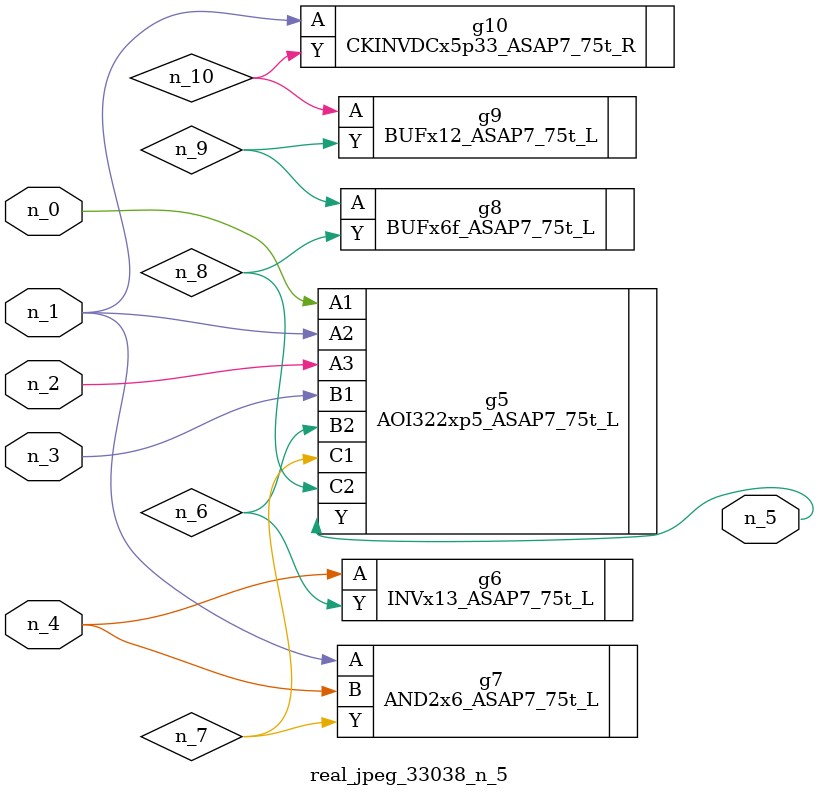
<source format=v>
module real_jpeg_33038_n_5 (n_4, n_0, n_1, n_2, n_3, n_5);

input n_4;
input n_0;
input n_1;
input n_2;
input n_3;

output n_5;

wire n_8;
wire n_6;
wire n_7;
wire n_10;
wire n_9;

AOI322xp5_ASAP7_75t_L g5 ( 
.A1(n_0),
.A2(n_1),
.A3(n_2),
.B1(n_3),
.B2(n_6),
.C1(n_7),
.C2(n_8),
.Y(n_5)
);

AND2x6_ASAP7_75t_L g7 ( 
.A(n_1),
.B(n_4),
.Y(n_7)
);

CKINVDCx5p33_ASAP7_75t_R g10 ( 
.A(n_1),
.Y(n_10)
);

INVx13_ASAP7_75t_L g6 ( 
.A(n_4),
.Y(n_6)
);

BUFx6f_ASAP7_75t_L g8 ( 
.A(n_9),
.Y(n_8)
);

BUFx12_ASAP7_75t_L g9 ( 
.A(n_10),
.Y(n_9)
);


endmodule
</source>
